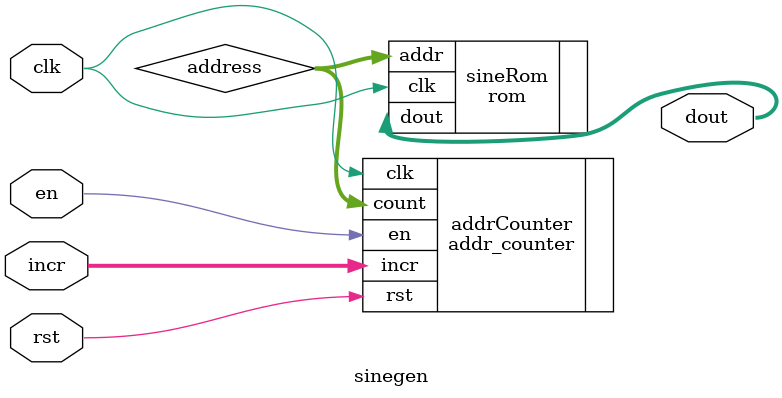
<source format=sv>
module sinegen #(
        parameter A_WIDTH = 8,
                  D_WIDTH = 8
)(
    //interface signals
    input logic clk,
    input logic rst,
    input logic en,
    input logic [D_WIDTH-1:0] incr, //increment for addr counter
    output logic [D_WIDTH-1:0] dout
);

    logic [A_WIDTH-1:0] address; // interconnect wire

addr_counter addrCounter(
    .clk (clk),
    .rst (rst),
    .en (en),
    .incr (incr),
    .count (address)
);

rom sineRom(
    .clk (clk),
    .addr (address),
    .dout (dout)
);

endmodule

</source>
